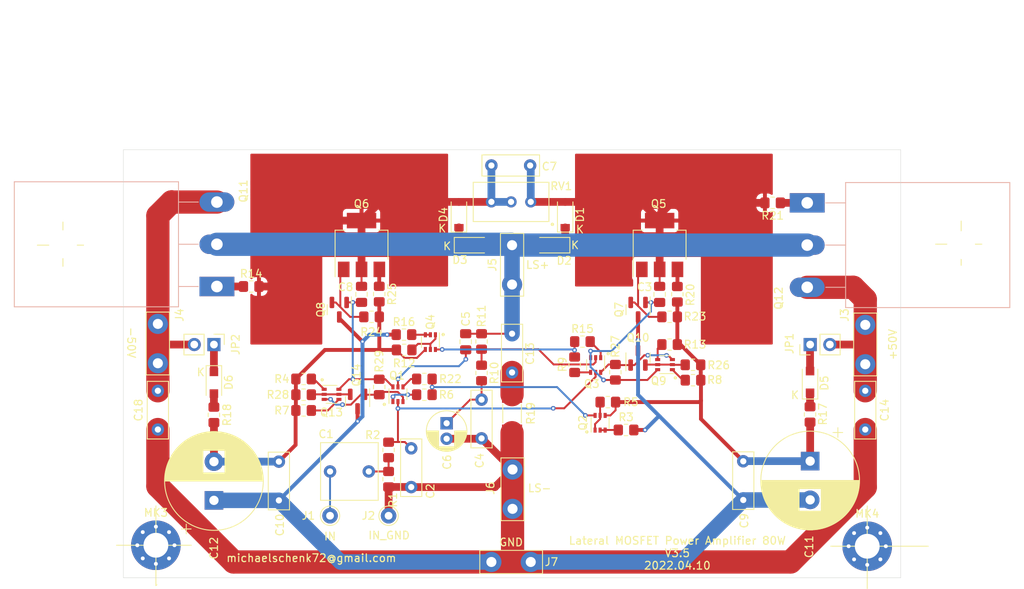
<source format=kicad_pcb>
(kicad_pcb (version 20211014) (generator pcbnew)
  (layers (0 "F.Cu" signal) (31 "B.Cu" signal) (34 "B.Paste" user) (35 "F.Paste" user) (36 "B.SilkS" user "B.Silkscreen") (37 "F.SilkS" user "F.Silkscreen") (38 "B.Mask" user) (39 "F.Mask" user) (44 "Edge.Cuts" user))
  (net 0 "")
  (net 1 "Net-(C1-Pad2)")
  (net 2 "Net-(C1-Pad1)")
  (net 3 "GND")
  (net 4 "Net-(C2-Pad1)")
  (net 5 "Net-(Q4-Pad1)")
  (net 6 "Net-(C4-Pad1)")
  (net 7 "Net-(C3-Pad2)")
  (net 8 "Net-(C13-Pad1)")
  (net 9 "Net-(C3-Pad1)")
  (net 10 "Net-(C7-Pad1)")
  (net 11 "Net-(C11-Pad1)")
  (net 12 "Net-(C10-Pad2)")
  (net 13 "Net-(C13-Pad2)")
  (net 14 "Net-(D1-Pad1)")
  (net 15 "Net-(D3-Pad1)")
  (net 16 "Net-(D5-Pad1)")
  (net 17 "Net-(D6-Pad2)")
  (net 18 "Net-(D6-Pad1)")
  (net 19 "Net-(Q11-Pad1)")
  (net 20 "Net-(C14-Pad1)")
  (net 21 "Net-(Q1-Pad1)")
  (net 22 "Net-(C5-Pad2)")
  (net 23 "Net-(Q2-Pad6)")
  (net 24 "Net-(Q2-Pad2)")
  (net 25 "Net-(Q2-Pad1)")
  (net 26 "Net-(C8-Pad2)")
  (net 27 "Net-(C18-Pad2)")
  (net 28 "Net-(Q1-Pad4)")
  (net 29 "Net-(D5-Pad2)")
  (net 30 "Net-(Q3-Pad1)")
  (net 31 "Net-(Q3-Pad4)")
  (net 32 "Net-(Q10-Pad1)")
  (net 33 "Net-(Q4-Pad2)")
  (net 34 "Net-(Q4-Pad6)")
  (net 35 "Net-(Q5-Pad1)")
  (net 36 "Net-(Q5-Pad3)")
  (net 37 "Net-(Q6-Pad1)")
  (net 38 "Net-(Q12-Pad1)")
  (net 39 "Net-(Q1-Pad3)")
  (net 40 "Net-(Q6-Pad3)")
  (net 41 "Net-(Q9-Pad1)")
  (net 42 "Net-(Q10-Pad2)")
  (net 43 "Net-(Q9-Pad4)")
  (net 44 "Net-(Q13-Pad1)")
  (net 45 "Net-(Q13-Pad2)")
  (net 46 "Net-(Q13-Pad4)")
  (footprint "Resistor_SMD:R_0805_2012Metric_Pad1.20x1.40mm_HandSolder" (layer "F.Cu") (at 180.721 63.23 90)
    (fp_text reference "R20")
    (fp_text value "39R")
  )
  (footprint "Capacitor_THT:C_Rect_L7.2mm_W7.2mm_P5.00mm_FKS2_FKP2_MKS2_MKP2" (layer "F.Cu") (at 140.89 86.106 180)
    (fp_text reference "C1")
    (fp_text value "3.3uF")
  )
  (footprint "Capacitor_THT:C_Rect_L7.2mm_W2.5mm_P5.00mm_FKS2_FKP2_MKS2_MKP2" (layer "F.Cu") (at 146.3675 83.1215 -90)
    (fp_text reference "C2")
    (fp_text value "1n")
  )
  (footprint "Capacitor_THT:CP_Radial_D5.0mm_P2.00mm" (layer "F.Cu") (at 150.9395 79.883 -90)
    (fp_text reference "C4")
    (fp_text value "47u/16V")
  )
  (footprint "Capacitor_SMD:C_0805_2012Metric_Pad1.18x1.45mm_HandSolder" (layer "F.Cu") (at 153.4 69.3625 -90)
    (fp_text reference "C5")
    (fp_text value "10p")
  )
  (footprint "Capacitor_THT:C_Rect_L7.2mm_W2.5mm_P5.00mm_FKS2_FKP2_MKS2_MKP2" (layer "F.Cu") (at 155.448 76.835 -90)
    (fp_text reference "C6")
    (fp_text value "100n")
  )
  (footprint "Capacitor_THT:C_Rect_L7.2mm_W2.5mm_P5.00mm_FKS2_FKP2_MKS2_MKP2" (layer "F.Cu") (at 189.23 84.789 -90)
    (fp_text reference "C9")
    (fp_text value "100n")
  )
  (footprint "Capacitor_THT:CP_Radial_D12.5mm_P5.00mm" (layer "F.Cu") (at 197.866 84.7725 -90)
    (fp_text reference "C11")
    (fp_text value "220u/100V")
  )
  (footprint "Capacitor_THT:C_Rect_L7.2mm_W2.5mm_P5.00mm_FKS2_FKP2_MKS2_MKP2" (layer "F.Cu") (at 159.385 68.326 -90)
    (fp_text reference "C13")
    (fp_text value "22n")
  )
  (footprint "Diode_SMD:D_SOD-123" (layer "F.Cu") (at 166.243 52.958 90)
    (fp_text reference "D1")
    (fp_text value "1N914")
  )
  (footprint "Diode_SMD:D_SOD-123" (layer "F.Cu") (at 164.592 56.896 180)
    (fp_text reference "D2")
    (fp_text value "12V/0.5W")
  )
  (footprint "Diode_SMD:D_SOD-123" (layer "F.Cu") (at 154.178 56.896)
    (fp_text reference "D3")
    (fp_text value "1N914")
  )
  (footprint "Diode_SMD:D_SOD-123" (layer "F.Cu") (at 152.527 52.958 90)
    (fp_text reference "D4")
    (fp_text value "12V/0.5W")
  )
  (footprint "Diode_SMD:D_SOD-123F" (layer "F.Cu") (at 197.85 74.55 90)
    (fp_text reference "D5")
    (fp_text value "SM4002PL-TP")
  )
  (footprint "Connector_Pin:Pin_D1.0mm_L10.0mm" (layer "F.Cu") (at 135.89 91.821)
    (fp_text reference "J1")
    (fp_text value "Conn_01x01")
  )
  (footprint "Connector_Pin:Pin_D1.0mm_L10.0mm" (layer "F.Cu") (at 143.4465 91.821)
    (fp_text reference "J2")
    (fp_text value "Conn_01x01")
  )
  (footprint "kicad-snk:TE-726386-2_Pitch5.08mm_Drill1.3mm" (layer "F.Cu") (at 204.978 72.263 90)
    (fp_text reference "J3")
    (fp_text value "+50V")
  )
  (footprint "kicad-snk:TE-726386-2_Pitch5.08mm_Drill1.3mm" (layer "F.Cu") (at 159.385 61.976 90)
    (fp_text reference "J5")
    (fp_text value "LS+")
  )
  (footprint "kicad-snk:TE-726386-2_Pitch5.08mm_Drill1.3mm" (layer "F.Cu") (at 159.4485 85.852 -90)
    (fp_text reference "J6")
    (fp_text value "LS-")
  )
  (footprint "kicad-snk:TE-726386-2_Pitch5.08mm_Drill1.3mm" (layer "F.Cu") (at 156.718 97.79)
    (fp_text reference "J7")
    (fp_text value "GND")
  )
  (footprint "MountingHole:MountingHole_3.2mm_M3_Pad_Via" (layer "F.Cu") (at 113.411 95.631)
    (fp_text reference "MK3")
    (fp_text value "Mounting_Hole_PAD")
  )
  (footprint "MountingHole:MountingHole_3.2mm_M3_Pad_Via" (layer "F.Cu") (at 205.232 95.758)
    (fp_text reference "MK4")
    (fp_text value "Mounting_Hole_PAD")
  )
  (footprint "Resistor_SMD:R_0805_2012Metric_Pad1.20x1.40mm_HandSolder" (layer "F.Cu") (at 143.4465 87.106 -90)
    (fp_text reference "R1")
    (fp_text value "33k")
  )
  (footprint "Resistor_SMD:R_0805_2012Metric_Pad1.20x1.40mm_HandSolder" (layer "F.Cu") (at 143.4465 83.328 -90)
    (fp_text reference "R2")
    (fp_text value "1k")
  )
  (footprint "Resistor_SMD:R_0805_2012Metric_Pad1.20x1.40mm_HandSolder" (layer "F.Cu") (at 174.1 80.75)
    (fp_text reference "R3")
    (fp_text value "22k")
  )
  (footprint "Resistor_SMD:R_0805_2012Metric_Pad1.20x1.40mm_HandSolder" (layer "F.Cu") (at 171.75 77.15 180)
    (fp_text reference "R5")
    (fp_text value "430R")
  )
  (footprint "Resistor_SMD:R_0805_2012Metric_Pad1.20x1.40mm_HandSolder" (layer "F.Cu") (at 148.066 76.2 180)
    (fp_text reference "R6")
    (fp_text value "100R")
  )
  (footprint "Resistor_SMD:R_0805_2012Metric_Pad1.20x1.40mm_HandSolder" (layer "F.Cu") (at 155.448 73.39 -90)
    (fp_text reference "R10")
    (fp_text value "1k")
  )
  (footprint "Resistor_SMD:R_0805_2012Metric_Pad1.20x1.40mm_HandSolder" (layer "F.Cu") (at 155.448 69.326 -90)
    (fp_text reference "R11")
    (fp_text value "33k")
  )
  (footprint "Resistor_SMD:R_0805_2012Metric_Pad1.20x1.40mm_HandSolder" (layer "F.Cu") (at 125.714 62.23)
    (fp_text reference "R14")
    (fp_text value "220R")
  )
  (footprint "Resistor_SMD:R_0805_2012Metric_Pad1.20x1.40mm_HandSolder" (layer "F.Cu") (at 197.85 78.75 90)
    (fp_text reference "R17")
    (fp_text value "100R")
  )
  (footprint "Resistor_SMD:R_MELF_MMB-0207" (layer "F.Cu") (at 159.385 78.65 -90)
    (fp_text reference "R19")
    (fp_text value "6.8R/1W")
  )
  (footprint "Resistor_SMD:R_0805_2012Metric_Pad1.20x1.40mm_HandSolder" (layer "F.Cu") (at 193.024 51.435 180)
    (fp_text reference "R21")
    (fp_text value "220R")
  )
  (footprint "Capacitor_THT:C_Rect_L7.2mm_W2.5mm_P5.00mm_FKS2_FKP2_MKS2_MKP2" (layer "F.Cu") (at 204.978 75.692 -90)
    (fp_text reference "C14")
    (fp_text value "100n")
  )
  (footprint "Resistor_SMD:R_0805_2012Metric_Pad1.20x1.40mm_HandSolder" (layer "F.Cu") (at 120.9 78.8 -90)
    (fp_text reference "R18")
    (fp_text value "100R")
  )
  (footprint "Capacitor_THT:C_Rect_L7.2mm_W2.5mm_P5.00mm_FKS2_FKP2_MKS2_MKP2" (layer "F.Cu") (at 129.286 89.836 90)
    (fp_text reference "C10")
    (fp_text value "100n")
  )
  (footprint "Capacitor_THT:CP_Radial_D12.5mm_P5.00mm" (layer "F.Cu") (at 120.904 89.836 90)
    (fp_text reference "C12")
    (fp_text value "220u/100V")
  )
  (footprint "Resistor_SMD:R_0805_2012Metric_Pad1.20x1.40mm_HandSolder" (layer "F.Cu") (at 132.477 78.232 180)
    (fp_text reference "R7")
    (fp_text value "68R")
  )
  (footprint "Resistor_SMD:R_0805_2012Metric_Pad1.20x1.40mm_HandSolder" (layer "F.Cu") (at 132.477 74.168 180)
    (fp_text reference "R4")
    (fp_text value "68R")
  )
  (footprint "Package_TO_SOT_SMD:SOT-223-3_TabPin2" (layer "F.Cu") (at 178.435 56.871 90)
    (fp_text reference "Q5")
    (fp_text value "DZT5401")
  )
  (footprint "Package_TO_SOT_SMD:SOT-223-3_TabPin2" (layer "F.Cu") (at 139.954 56.871 90)
    (fp_text reference "Q6")
    (fp_text value "DZT5551")
  )
  (footprint "Package_TO_SOT_SMD:SOT-363_SC-70-6" (layer "F.Cu") (at 144.6555 76.134 90)
    (fp_text reference "Q1")
    (fp_text value "BCM856BS,115")
  )
  (footprint "Package_TO_SOT_SMD:SOT-363_SC-70-6" (layer "F.Cu") (at 170.7515 79.8195 90)
    (fp_text reference "Q2")
    (fp_text value "BCM856BS,115")
  )
  (footprint "kicad-snk:TE-726386-2_Pitch5.08mm_Drill1.3mm" (layer "F.Cu") (at 113.665 72.136 90)
    (fp_text reference "J4")
    (fp_text value "-50V")
  )
  (footprint "Capacitor_THT:C_Rect_L7.2mm_W2.5mm_P5.00mm_FKS2_FKP2_MKS2_MKP2" (layer "F.Cu") (at 113.665 80.692 90)
    (fp_text reference "C18")
    (fp_text value "100n")
  )
  (footprint "Diode_SMD:D_SOD-123F" (layer "F.Cu") (at 120.9 74.65 -90)
    (fp_text reference "D6")
    (fp_text value "SM4002PL-TP")
  )
  (footprint "Capacitor_THT:C_Rect_L7.2mm_W2.5mm_P5.00mm_FKS2_FKP2_MKS2_MKP2" (layer "F.Cu") (at 156.718 46.609)
    (fp_text reference "C7")
    (fp_text value "100n")
  )
  (footprint "Potentiometer_THT:Potentiometer_Bourns_3296W_Vertical" (layer "F.Cu") (at 161.798 51.308)
    (fp_text reference "RV1")
    (fp_text value "500R")
  )
  (footprint "Package_TO_SOT_SMD:SOT-23" (layer "F.Cu") (at 139.446 77.089 -90)
    (fp_text reference "Q14")
    (fp_text value "BC850C")
  )
  (footprint "Resistor_SMD:R_0805_2012Metric_Pad1.20x1.40mm_HandSolder" (layer "F.Cu") (at 132.477 76.2 180)
    (fp_text reference "R28")
    (fp_text value "1k")
  )
  (footprint "Resistor_SMD:R_0805_2012Metric_Pad1.20x1.40mm_HandSolder" (layer "F.Cu") (at 145.4564 70.4174)
    (fp_text reference "R12")
    (fp_text value "430R")
  )
  (footprint "Resistor_SMD:R_0805_2012Metric_Pad1.20x1.40mm_HandSolder" (layer "F.Cu") (at 167.4622 72.3298 -90)
    (fp_text reference "R9")
    (fp_text value "100R")
  )
  (footprint "Package_TO_SOT_SMD:SOT-363_SC-70-6" (layer "F.Cu") (at 170.1742 72.3646 -90)
    (fp_text reference "Q3")
    (fp_text value "BCM846BS,115")
  )
  (footprint "Resistor_SMD:R_0805_2012Metric_Pad1.20x1.40mm_HandSolder" (layer "F.Cu") (at 172.72 73.295 -90)
    (fp_text reference "R27")
    (fp_text value "47k")
  )
  (footprint "Resistor_SMD:R_0805_2012Metric_Pad1.20x1.40mm_HandSolder" (layer "F.Cu") (at 148.066 74.168 180)
    (fp_text reference "R22")
    (fp_text value "100R")
  )
  (footprint "Package_TO_SOT_SMD:SOT-363_SC-70-6" (layer "F.Cu") (at 136.083 76.1515)
    (fp_text reference "Q13")
    (fp_text value "BCM847DS,115")
  )
  (footprint "Connector_PinHeader_2.54mm:PinHeader_1x02_P2.54mm_Vertical" (layer "F.Cu") (at 120.904 69.723 -90)
    (fp_text reference "JP2")
    (fp_text value "Jump")
  )
  (footprint "Resistor_SMD:R_0805_2012Metric_Pad1.20x1.40mm_HandSolder" (layer "F.Cu") (at 168.4688 69.342)
    (fp_text reference "R15")
    (fp_text value "100R")
  )
  (footprint "Resistor_SMD:R_0805_2012Metric_Pad1.20x1.40mm_HandSolder" (layer "F.Cu") (at 141.25 66.15)
    (fp_text reference "R24")
    (fp_text value "2k2")
  )
  (footprint "Package_TO_SOT_SMD:SOT-23" (layer "F.Cu") (at 175.641 71.4365 90)
    (fp_text reference "Q10")
    (fp_text value "BC860C")
  )
  (footprint "Package_TO_SOT_SMD:SOT-23" (layer "F.Cu") (at 175.6562 65.2249 -90)
    (fp_text reference "Q7")
    (fp_text value "BC856B")
  )
  (footprint "Resistor_SMD:R_0805_2012Metric_Pad1.20x1.40mm_HandSolder" (layer "F.Cu") (at 142.24 63.2046 -90)
    (fp_text reference "R25")
    (fp_text value "39R")
  )
  (footprint "Connector_PinHeader_2.54mm:PinHeader_1x02_P2.54mm_Vertical" (layer "F.Cu") (at 197.866 69.723 90)
    (fp_text reference "JP1")
    (fp_text value "Jump")
  )
  (footprint "Package_TO_SOT_SMD:SOT-363_SC-70-6" (layer "F.Cu") (at 179.131 72.313 180)
    (fp_text reference "Q9")
    (fp_text value "BCM857DS,115")
  )
  (footprint "Capacitor_SMD:C_0805_2012Metric_Pad1.18x1.45mm_HandSolder" (layer "F.Cu") (at 139.954 63.2421 -90)
    (fp_text reference "C8")
    (fp_text value "18p")
  )
  (footprint "Package_TO_SOT_SMD:SOT-363_SC-70-6" (layer "F.Cu") (at 148.844 69.408 -90)
    (fp_text reference "Q4")
    (fp_text value "BCM846BS,115")
  )
  (footprint "Package_TO_SOT_SMD:SOT-23" (layer "F.Cu") (at 137.0838 65.2272 -90)
    (fp_text reference "Q8")
    (fp_text value "BC846B")
  )
  (footprint "Resistor_SMD:R_0805_2012Metric_Pad1.20x1.40mm_HandSolder" (layer "F.Cu") (at 142.24 75.2 90)
    (fp_text reference "R29")
    (fp_text value "47k")
  )
  (footprint "Resistor_SMD:R_0805_2012Metric_Pad1.20x1.40mm_HandSolder" (layer "F.Cu") (at 179.721 69.723 180)
    (fp_text reference "R13")
    (fp_text value "68R")
  )
  (footprint "Resistor_SMD:R_0805_2012Metric_Pad1.20x1.40mm_HandSolder" (layer "F.Cu") (at 182.7436 74.3204 180)
    (fp_text reference "R8")
    (fp_text value "68R")
  )
  (footprint "Resistor_SMD:R_0805_2012Metric_Pad1.20x1.40mm_HandSolder" (layer "F.Cu") (at 182.737 72.3392 180)
    (fp_text reference "R26")
    (fp_text value "1k")
  )
  (footprint "Resistor_SMD:R_0805_2012Metric_Pad1.20x1.40mm_HandSolder" (layer "F.Cu") (at 145.431 68.4428 180)
    (fp_text reference "R16")
    (fp_text value "22k")
  )
  (footprint "Capacitor_SMD:C_0805_2012Metric_Pad1.18x1.45mm_HandSolder" (layer "F.Cu") (at 178.435 63.2499 -90)
    (fp_text reference "C3")
    (fp_text value "18p")
  )
  (footprint "Resistor_SMD:R_0805_2012Metric_Pad1.20x1.40mm_HandSolder" (layer "F.Cu") (at 179.725 66.15 180)
    (fp_text reference "R23")
    (fp_text value "1k")
  )
  (footprint "Package_TO_SOT_THT:TO-247-3_Horizontal_TabUp" (layer "B.Cu") (at 121.285 62.23 90)
    (fp_text reference "Q11")
    (fp_text value "ECX10P20")
  )
  (footprint "Package_TO_SOT_THT:TO-247-3_Horizontal_TabUp" (layer "B.Cu") (at 197.485 51.435 -90)
    (fp_text reference "Q12")
    (fp_text value "ECX10N20")
  )
  (gr_line (start 98.1075 56.896) (end 104.0765 56.896) (layer "F.SilkS") (width 0.12))
  (gr_line (start 101.4095 53.9115) (end 101.4095 59.6265) (layer "F.SilkS") (width 0.12))
  (gr_line (start 213.106 95.758) (end 200.533 95.758) (layer "F.SilkS") (width 0.12))
  (gr_line (start 117.983 95.631) (end 108.331 95.631) (layer "F.SilkS") (width 0.12))
  (gr_line (start 205.232 101.219) (end 205.232 90.551) (layer "F.SilkS") (width 0.12))
  (gr_line (start 217.3605 53.7845) (end 217.3605 59.4995) (layer "F.SilkS") (width 0.12))
  (gr_line (start 214.0585 56.769) (end 220.0275 56.769) (layer "F.SilkS") (width 0.12))
  (gr_line (start 113.411 90.551) (end 113.411 100.838) (layer "F.SilkS") (width 0.12))
  (gr_line (start 113.411 100.838) (end 113.538 100.711) (layer "F.SilkS") (width 0.12))
  (gr_line (start 109.22 99.822) (end 209.55 99.822) (layer "Edge.Cuts") (width 0.05))
  (gr_line (start 109.22 44.577) (end 109.22 99.822) (layer "Edge.Cuts") (width 0.05))
  (gr_line (start 209.55 44.577) (end 209.55 99.822) (layer "Edge.Cuts") (width 0.05))
  (gr_line (start 109.22 44.577) (end 209.55 44.577) (layer "Edge.Cuts") (width 0.05))
  (gr_text "GND" (at 159.258 95.25) (layer "F.SilkS") (effects (font (size 1 1))))
  (gr_text "-50V" (at 110.236 69.469 -90) (layer "F.SilkS") (effects (font (size 1 1))))
  (gr_text "°" (at 164.592 54.61) (layer "F.SilkS") (effects (font (size 1 1))))
  (gr_text "°" (at 169.037 81.407) (layer "F.SilkS") (effects (font (size 1 1))))
  (gr_text "°" (at 142.9 77.85) (layer "F.SilkS") (effects (font (size 1 1))))
  (gr_text "IN" (at 135.89 94.488) (layer "F.SilkS") (effects (font (size 1 1))))
  (gr_text "LS+" (at 162.687 59.436) (layer "F.SilkS") (effects (font (size 1 1))))
  (gr_text "K" (at 119.2 73.3) (layer "F.SilkS") (effects (font (size 1 1))))
  (gr_text "+50V" (at 208.534 69.723 90) (layer "F.SilkS") (effects (font (size 1 1))))
  (gr_text "IN_GND" (at 143.51 94.361) (layer "F.SilkS") (effects (font (size 1 1))))
  (gr_text "°" (at 171.8 71.3) (layer "F.SilkS") (effects (font (size 1 1))))
  (gr_text "K" (at 167.513 56.896) (layer "F.SilkS") (effects (font (size 1 1))))
  (gr_text "°" (at 150.495 68.834) (layer "F.SilkS") (effects (font (size 1 1))))
  (gr_text "michaelschenk72@gmail.com" (at 133.477 97.282) (layer "F.SilkS") (effects (font (size 1 1))))
  (gr_text "°" (at 134.874 74.676) (layer "F.SilkS") (effects (font (size 1 1))))
  (gr_text "K" (at 195.9 76.25) (layer "F.SilkS") (effects (font (size 1 1))))
  (gr_text "K" (at 151.003 57.023) (layer "F.SilkS") (effects (font (size 1 1))))
  (gr_text "Lateral MOSFET Power Amplifier 80W\nV3.5\n2022.04.10" (at 180.721 96.647) (layer "F.SilkS") (effects (font (size 1 1))))
  (gr_text "K" (at 168.148 54.864) (layer "F.SilkS") (effects (font (size 1 1))))
  (gr_text "°" (at 180.467 74.422) (layer "F.SilkS") (effects (font (size 1 1))))
  (gr_text "K" (at 150.368 54.737) (layer "F.SilkS") (effects (font (size 1 1))))
  (gr_text "LS-" (at 162.941 88.265) (layer "F.SilkS") (effects (font (size 1 1))))
  (segment (start 135.89 91.821) (end 135.89 86.106) (width 0.25) (layer "B.Cu") (net 1))
  (segment (start 140.89 86.106) (end 143.4465 86.106) (width 0.25) (layer "F.Cu") (net 2))
  (segment (start 143.4465 86.106) (end 143.4465 84.328) (width 0.25) (layer "F.Cu") (net 2))
  (segment (start 150.9395 81.883) (end 155.4 81.883) (width 1) (layer "F.Cu") (net 3))
  (segment (start 139.446 79.629) (end 139.446 78.0265) (width 0.5) (layer "F.Cu") (net 3))
  (segment (start 204.978 88.138) (end 204.978 80.692) (width 3) (layer "F.Cu") (net 3))
  (segment (start 195.326 97.79) (end 204.978 88.138) (width 3) (layer "F.Cu") (net 3))
  (segment (start 159.4485 90.932) (end 159.4485 85.852) (width 3) (layer "F.Cu") (net 3))
  (segment (start 159.893 97.79) (end 161.798 97.79) (width 3) (layer "F.Cu") (net 3))
  (segment (start 176.55 80.75) (end 175.1 80.75) (width 0.5) (layer "F.Cu") (net 3))
  (segment (start 143.4465 88.106) (end 146.352 88.106) (width 1) (layer "F.Cu") (net 3))
  (segment (start 161.798 97.79) (end 195.326 97.79) (width 3) (layer "F.Cu") (net 3))
  (segment (start 159.4485 85.8355) (end 155.448 81.835) (width 1) (layer "F.Cu") (net 3))
  (segment (start 123.444 97.79) (end 113.665 88.011) (width 3) (layer "F.Cu") (net 3))
  (segment (start 156.718 97.79) (end 159.893 97.79) (width 3) (layer "F.Cu") (net 3))
  (segment (start 156.718 97.79) (end 123.444 97.79) (width 3) (layer "F.Cu") (net 3))
  (segment (start 157.179 88.1215) (end 159.4485 85.852) (width 1) (layer "F.Cu") (net 3))
  (segment (start 137.0838 66.3448) (end 140.081 69.342) (width 0.5) (layer "F.Cu") (net 3))
  (segment (start 159.385 81.1) (end 159.385 85.7885) (width 3) (layer "F.Cu") (net 3))
  (segment (start 175.641 70.499) (end 175.641 69.159) (width 0.5) (layer "F.Cu") (net 3))
  (segment (start 113.665 88.011) (end 113.665 80.692) (width 3) (layer "F.Cu") (net 3))
  (segment (start 144.431 68.4428) (end 143.2662 68.4428) (width 0.5) (layer "F.Cu") (net 3))
  (segment (start 175.65 69.15) (end 175.65 66.1686) (width 0.5) (layer "F.Cu") (net 3))
  (segment (start 143.4465 91.821) (end 143.4465 88.106) (width 1) (layer "F.Cu") (net 3))
  (segment (start 159.4485 90.932) (end 159.4485 97.3455) (width 3) (layer "F.Cu") (net 3))
  (segment (start 143.2662 68.4428) (end 143.256 68.453) (width 0.5) (layer "F.Cu") (net 3))
  (segment (start 159.4485 97.3455) (end 159.893 97.79) (width 3) (layer "F.Cu") (net 3))
  (segment (start 175.641 69.159) (end 175.65 69.15) (width 0.5) (layer "F.Cu") (net 3))
  (segment (start 146.3675 88.1215) (end 157.179 88.1215) (width 1) (layer "F.Cu") (net 3))
  (segment (start 159.385 85.7885) (end 159.4485 85.852) (width 3) (layer "F.Cu") (net 3))
  (via (at 175.65 69.15) (size 0.6) (drill 0.3) (layers "F.Cu" "B.Cu") (net 3))
  (via (at 139.446 79.629) (size 0.6) (drill 0.3) (layers "F.Cu" "B.Cu") (net 3))
  (via (at 143.256 68.453) (size 0.6) (drill 0.3) (layers "F.Cu" "B.Cu") (net 3))
  (via (at 176.55 80.75) (size 0.6) (drill 0.3) (layers "F.Cu" "B.Cu") (net 3))
  (via (at 140.081 69.342) (size 0.6) (drill 0.3) (layers "F.Cu" "B.Cu") (net 3))
  (segment (start 140.081 78.994) (end 140.081 69.342) (width 0.5) (layer "B.Cu") (net 3))
  (segment (start 139.446 79.676) (end 139.446 79.629) (width 0.5) (layer "B.Cu") (net 3))
  (segment (start 140.97 68.453) (end 140.081 69.342) (width 0.5) (layer "B.Cu") (net 3))
  (segment (start 175.65 76.209) (end 175.65 69.15) (width 0.5) (layer "B.Cu") (net 3))
  (segment (start 178.4455 79.0045) (end 178.2955 79.0045) (width 0.5) (layer "B.Cu") (net 3))
  (segment (start 178.2955 79.0045) (end 176.55 80.75) (width 0.5) (layer "B.Cu") (net 3))
  (segment (start 175.65 76.209) (end 178.4455 79.0045) (width 0.5) (layer "B.Cu") (net 3))
  (segment (start 181.229 97.79) (end 189.23 89.789) (width 2) (layer "B.Cu") (net 3))
  (segment (start 137.24 97.79) (end 129.286 89.836) (width 2) (layer "B.Cu") (net 3))
  (segment (start 143.256 68.453) (end 140.97 68.453) (width 0.5) (layer "B.Cu") (net 3))
  (segment (start 189.23 89.789) (end 197.8495 89.789) (width 2) (layer "B.Cu") (net 3))
  (segment (start 129.286 89.836) (end 139.446 79.676) (width 0.5) (layer "B.Cu") (net 3))
  (segment (start 139.446 79.629) (end 140.081 78.994) (width 0.5) (layer "B.Cu") (net 3))
  (segment (start 156.718 97.79) (end 137.24 97.79) (width 2) (layer "B.Cu") (net 3))
  (segment (start 129.286 89.836) (end 120.904 89.836) (width 2) (layer "B.Cu") (net 3))
  (segment (start 161.798 97.79) (end 181.229 97.79) (width 2) (layer "B.Cu") (net 3))
  (segment (start 178.4455 79.0045) (end 189.23 89.789) (width 0.5) (layer "B.Cu") (net 3))
  (segment (start 170.1742 73.3146) (end 170.1742 73.8896) (width 0.25) (layer "F.Cu") (net 4))
  (segment (start 146.3675 83.1215) (end 145.546 82.3) (width 0.25) (layer "F.Cu") (net 4))
  (segment (start 144.6555 77.9755) (end 144.6555 82.2945) (width 0.25) (layer "F.Cu") (net 4))
  (segment (start 144.65 82.3) (end 143.4745 82.3) (width 0.25) (layer "F.Cu") (net 4))
  (segment (start 144.6555 82.2945) (end 144.65 82.3) (width 0.25) (layer "F.Cu") (net 4))
  (segment (start 166.1138 77.95) (end 164.7 77.95) (width 0.25) (layer "F.Cu") (net 4))
  (segment (start 145.546 82.3) (end 144.65 82.3) (width 0.25) (layer "F.Cu") (net 4))
  (segment (start 144.6555 77.084) (end 144.6555 77.9755) (width 0.25) (layer "F.Cu") (net 4))
  (segment (start 170.1742 73.8896) (end 166.1138 77.95) (width 0.25) (layer "F.Cu") (net 4))
  (via (at 164.7 77.95) (size 0.6) (drill 0.3) (layers "F.Cu" "B.Cu") (net 4))
  (via (at 144.6555 77.9755) (size 0.6) (drill 0.3) (layers "F.Cu" "B.Cu") (net 4))
  (segment (start 164.7 77.95) (end 164.6745 77.9755) (width 0.25) (layer "B.Cu") (net 4))
  (segment (start 164.6745 77.9755) (end 144.6555 77.9755) (width 0.25) (layer "B.Cu") (net 4))
  (segment (start 148.844 70.358) (end 148.844 69.632022) (width 0.25) (layer "F.Cu") (net 5))
  (segment (start 148.844 69.632022) (end 149.494 68.982022) (width 0.25) (layer "F.Cu") (net 5))
  (segment (start 148.844 69.632022) (end 147.241778 69.632022) (width 0.25) (layer "F.Cu") (net 5))
  (segment (start 149.494 68.982022) (end 149.494 68.458) (width 0.25) (layer "F.Cu") (net 5))
  (segment (start 147.241778 69.632022) (end 146.4564 70.4174) (width 0.25) (layer "F.Cu") (net 5))
  (segment (start 155.448 76.835) (end 153.9875 76.835) (width 0.25) (layer "F.Cu") (net 6))
  (segment (start 153.9875 76.835) (end 150.9395 79.883) (width 0.25) (layer "F.Cu") (net 6))
  (segment (start 155.448 76.835) (end 155.448 74.39) (width 0.25) (layer "F.Cu") (net 6))
  (segment (start 169.5242 70.5658) (end 169.5196 70.5612) (width 0.25) (layer "F.Cu") (net 7))
  (segment (start 169.5242 71.4146) (end 169.5242 70.5658) (width 0.25) (layer "F.Cu") (net 7))
  (segment (start 172.72 74.295) (end 171.196 74.295) (width 0.25) (layer "F.Cu") (net 7))
  (segment (start 177.3126 64.2874) (end 176.6062 64.2874) (width 0.25) (layer "F.Cu") (net 7))
  (segment (start 176.849 74.295) (end 178.181 72.963) (width 0.25) (layer "F.Cu") (net 7))
  (segment (start 172.72 74.295) (end 176.849 74.295) (width 0.25) (layer "F.Cu") (net 7))
  (segment (start 178.435 64.2874) (end 177.3126 64.2874) (width 0.25) (layer "F.Cu") (net 7))
  (via (at 177.3126 64.2874) (size 0.6) (drill 0.3) (layers "F.Cu" "B.Cu") (net 7))
  (via (at 169.5196 70.5612) (size 0.6) (drill 0.3) (layers "F.Cu" "B.Cu") (net 7))
  (via (at 171.196 74.295) (size 0.6) (drill 0.3) (layers "F.Cu" "B.Cu") (net 7))
  (segment (start 169.5196 70.5612) (end 172.212 70.5612) (width 0.25) (layer "B.Cu") (net 7))
  (segment (start 169.5196 72.6186) (end 169.5196 70.5612) (width 0.25) (layer "B.Cu") (net 7))
  (segment (start 172.212 70.5612) (end 177.3126 65.4606) (width 0.25) (layer "B.Cu") (net 7))
  (segment (start 177.3126 65.4606) (end 177.3126 64.2874) (width 0.25) (layer "B.Cu") (net 7))
  (segment (start 171.196 74.295) (end 169.5196 72.6186) (width 0.25) (layer "B.Cu") (net 7))
  (segment (start 155.448 68.326) (end 153.401 68.326) (width 0.25) (layer "F.Cu") (net 8))
  (segment (start 162.942 56.896) (end 159.385 56.896) (width 1) (layer "F.Cu") (net 8))
  (segment (start 159.385 68.326) (end 155.448 68.326) (width 0.25) (layer "F.Cu") (net 8))
  (segment (start 155.828 56.896) (end 159.385 56.896) (width 1) (layer "F.Cu") (net 8))
  (segment (start 159.396 56.885) (end 197.485 56.885) (width 3) (layer "B.Cu") (net 8))
  (segment (start 159.385 56.896) (end 159.396 56.885) (width 3) (layer "B.Cu") (net 8))
  (segment (start 159.385 56.896) (end 159.385 68.326) (width 2) (layer "B.Cu") (net 8))
  (segment (start 159.385 56.896) (end 159.269 56.78) (width 3) (layer "B.Cu") (net 8))
  (segment (start 159.269 56.78) (end 121.285 56.78) (width 3) (layer "B.Cu") (net 8))
  (segment (start 178.435 60.021) (end 178.435 53.721) (width 1) (layer "F.Cu") (net 9))
  (segment (start 178.435 52.959) (end 178.435 53.721) (width 1) (layer "F.Cu") (net 9))
  (segment (start 179.959 51.435) (end 178.435 52.959) (width 1) (layer "F.Cu") (net 9))
  (segment (start 166.243 51.308) (end 176.022 51.308) (width 1) (layer "F.Cu") (net 9))
  (segment (start 192.024 51.435) (end 179.959 51.435) (width 1) (layer "F.Cu") (net 9))
  (segment (start 178.435 62.2124) (end 178.435 60.021) (width 0.25) (layer "F.Cu") (net 9))
  (segment (start 166.243 51.308) (end 161.798 51.308) (width 1) (layer "F.Cu") (net 9))
  (segment (start 176.022 51.308) (end 178.435 53.721) (width 1) (layer "F.Cu") (net 9))
  (segment (start 161.798 51.308) (end 161.798 46.689) (width 1) (layer "B.Cu") (net 9))
  (segment (start 128.27 62.23) (end 126.714 62.23) (width 1) (layer "F.Cu") (net 10))
  (segment (start 139.954 60.021) (end 139.954 53.721) (width 1) (layer "F.Cu") (net 10))
  (segment (start 156.718 51.308) (end 152.527 51.308) (width 1) (layer "F.Cu") (net 10))
  (segment (start 136.779 53.721) (end 128.27 62.23) (width 1) (layer "F.Cu") (net 10))
  (segment (start 139.954 62.2046) (end 139.954 60.021) (width 0.25) (layer "F.Cu") (net 10))
  (segment (start 152.527 51.308) (end 142.367 51.308) (width 1) (layer "F.Cu") (net 10))
  (segment (start 142.367 51.308) (end 139.954 53.721) (width 1) (layer "F.Cu") (net 10))
  (segment (start 139.954 53.721) (end 136.779 53.721) (width 1) (layer "F.Cu") (net 10))
  (segment (start 159.258 51.308) (end 156.718 51.308) (width 1) (layer "B.Cu") (net 10))
  (segment (start 156.718 51.308) (end 156.718 46.609) (width 1) (layer "B.Cu") (net 10))
  (segment (start 183.737 72.3392) (end 181.1208 69.723) (width 0.5) (layer "F.Cu") (net 11))
  (segment (start 180.721 64.23) (end 180.721 66.146) (width 0.5) (layer "F.Cu") (net 11))
  (segment (start 172.0805 78.8695) (end 171.4015 78.8695) (width 0.25) (layer "F.Cu") (net 11))
  (segment (start 172.75 78.2) (end 172.0805 78.8695) (width 0.25) (layer "F.Cu") (net 11))
  (segment (start 183.769 79.328) (end 183.769 76.962) (width 0.5) (layer "F.Cu") (net 11))
  (segment (start 172.75 77.15) (end 183.581 77.15) (width 0.5) (layer "F.Cu") (net 11))
  (segment (start 197.866 84.7725) (end 197.866 79.766) (width 1) (layer "F.Cu") (net 11))
  (segment (start 183.581 77.15) (end 183.769 76.962) (width 0.5) (layer "F.Cu") (net 11))
  (segment (start 180.721 69.723) (end 180.721 66.154) (width 0.5) (layer "F.Cu") (net 11))
  (segment (start 183.7436 74.3204) (end 183.7436 72.3458) (width 0.5) (layer "F.Cu") (net 11))
  (segment (start 172.75 77.15) (end 172.75 78.2) (width 0.25) (layer "F.Cu") (net 11))
  (segment (start 181.1208 69.723) (end 180.721 69.723) (width 0.5) (layer "F.Cu") (net 11))
  (segment (start 183.769 76.962) (end 183.769 74.3458) (width 0.5) (layer "F.Cu") (net 11))
  (segment (start 189.23 84.789) (end 183.769 79.328) (width 0.5) (layer "F.Cu") (net 11))
  (segment (start 197.866 84.7725) (end 189.2465 84.7725) (width 1) (layer "B.Cu") (net 11))
  (segment (start 129.286 84.836) (end 131.445 82.677) (width 0.5) (layer "F.Cu") (net 12))
  (segment (start 147.11008 71.44192) (end 145.48092 71.44192) (width 0.25) (layer "F.Cu") (net 12))
  (segment (start 142.1724 70.4174) (end 135.2276 70.4174) (width 0.5) (layer "F.Cu") (net 12))
  (segment (start 142.25 70.3398) (end 142.1724 70.4174) (width 0.5) (layer "F.Cu") (net 12))
  (segment (start 144.4564 70.4174) (end 142.1724 70.4174) (width 0.5) (layer "F.Cu") (net 12))
  (segment (start 120.904 84.836) (end 120.904 79.804) (width 1) (layer "F.Cu") (net 12))
  (segment (start 145.48092 71.44192) (end 144.4564 70.4174) (width 0.25) (layer "F.Cu") (net 12))
  (segment (start 131.477 76.2) (end 131.477 74.168) (width 0.5) (layer "F.Cu") (net 12))
  (segment (start 131.445 82.677) (end 131.445 78.264) (width 0.5) (layer "F.Cu") (net 12))
  (segment (start 142.25 66.15) (end 142.25 70.3398) (width 0.5) (layer "F.Cu") (net 12))
  (segment (start 142.25 66.15) (end 142.25 64.2146) (width 0.5) (layer "F.Cu") (net 12))
  (segment (start 131.477 78.232) (end 131.477 76.2) (width 0.5) (layer "F.Cu") (net 12))
  (segment (start 148.194 70.358) (end 147.11008 71.44192) (width 0.25) (layer "F.Cu") (net 12))
  (segment (start 135.2276 70.4174) (end 131.477 74.168) (width 0.5) (layer "F.Cu") (net 12))
  (segment (start 129.286 84.836) (end 120.904 84.836) (width 1) (layer "B.Cu") (net 12))
  (segment (start 159.385 73.326) (end 159.385 76.2) (width 3) (layer "F.Cu") (net 13))
  (segment (start 166.243 56.895) (end 166.242 56.896) (width 1) (layer "F.Cu") (net 14))
  (segment (start 166.243 54.608) (end 166.243 56.895) (width 1) (layer "F.Cu") (net 14))
  (segment (start 152.528 56.896) (end 152.528 54.609) (width 1) (layer "F.Cu") (net 15))
  (segment (start 152.528 54.609) (end 152.527 54.608) (width 1) (layer "F.Cu") (net 15))
  (segment (start 197.85 77.75) (end 197.85 75.95) (width 1) (layer "F.Cu") (net 16))
  (segment (start 120.9 77.8) (end 120.9 76.05) (width 1) (layer "F.Cu") (net 17))
  (segment (start 120.9 73.25) (end 120.9 69.727) (width 1) (layer "F.Cu") (net 18))
  (segment (start 121.285 62.23) (end 124.714 62.23) (width 1) (layer "F.Cu") (net 19))
  (segment (start 204.978 67.183) (end 204.978 63.881) (width 3) (layer "F.Cu") (net 20))
  (segment (start 200.406 69.723) (end 204.978 69.723) (width 1) (layer "F.Cu") (net 20))
  (segment (start 203.432 62.335) (end 197.485 62.335) (width 3) (layer "F.Cu") (net 20))
  (segment (start 204.978 75.692) (end 204.978 72.263) (width 3) (layer "F.Cu") (net 20))
  (segment (start 204.978 72.263) (end 204.978 69.723) (width 3) (layer "F.Cu") (net 20))
  (segment (start 204.978 63.881) (end 203.432 62.335) (width 3) (layer "F.Cu") (net 20))
  (segment (start 204.978 69.723) (end 204.978 67.183) (width 3) (layer "F.Cu") (net 20))
  (segment (start 144.0055 77.084) (end 144.0055 76.470511) (width 0.25) (layer "F.Cu") (net 21))
  (segment (start 147.066 76.2) (end 145.923 76.2) (width 0.25) (layer "F.Cu") (net 21))
  (segment (start 144.0055 76.470511) (end 144.018 76.458011) (width 0.25) (layer "F.Cu") (net 21))
  (via (at 145.923 76.2) (size 0.6) (drill 0.3) (layers "F.Cu" "B.Cu") (net 21))
  (via (at 144.018 76.458011) (size 0.6) (drill 0.3) (layers "F.Cu" "B.Cu") (net 21))
  (segment (start 144.276011 76.2) (end 144.018 76.458011) (width 0.25) (layer "B.Cu") (net 21))
  (segment (start 145.923 76.2) (end 144.276011 76.2) (width 0.25) (layer "B.Cu") (net 21))
  (segment (start 162.782 70.326) (end 155.448 70.326) (width 0.25) (layer "F.Cu") (net 22))
  (segment (start 155.448 72.39) (end 155.448 70.326) (width 0.25) (layer "F.Cu") (net 22))
  (segment (start 153.416 71.628) (end 153.416 70.416) (width 0.25) (layer "F.Cu") (net 22))
  (segment (start 144.6555 74.1705) (end 144.653 74.168) (width 0.25) (layer "F.Cu") (net 22))
  (segment (start 170.1742 71.9896) (end 169.8754 72.2884) (width 0.25) (layer "F.Cu") (net 22))
  (segment (start 169.8754 72.2884) (end 164.7444 72.2884) (width 0.25) (layer "F.Cu") (net 22))
  (segment (start 155.448 70.326) (end 153.474 70.326) (width 0.25) (layer "F.Cu") (net 22))
  (segment (start 144.6555 75.184) (end 144.6555 74.1705) (width 0.25) (layer "F.Cu") (net 22))
  (segment (start 170.1742 71.4146) (end 170.1742 71.9896) (width 0.25) (layer "F.Cu") (net 22))
  (segment (start 164.7444 72.2884) (end 162.782 70.326) (width 0.25) (layer "F.Cu") (net 22))
  (via (at 144.653 74.168) (size 0.6) (drill 0.3) (layers "F.Cu" "B.Cu") (net 22))
  (via (at 153.416 71.628) (size 0.6) (drill 0.3) (layers "F.Cu" "B.Cu") (net 22))
  (segment (start 144.653 74.168) (end 146.304 72.517) (width 0.25) (layer "B.Cu") (net 22))
  (segment (start 152.527 72.517) (end 153.416 71.628) (width 0.25) (layer "B.Cu") (net 22))
  (segment (start 146.304 72.517) (end 152.527 72.517) (width 0.25) (layer "B.Cu") (net 22))
  (segment (start 149.066 75.216) (end 149.066 74.168) (width 0.25) (layer "F.Cu") (net 23))
  (segment (start 170.1015 78.8695) (end 168.849 78.8695) (width 0.25) (layer "F.Cu") (net 23))
  (segment (start 149.066 76.2) (end 149.066 75.216) (width 0.25) (layer "F.Cu") (net 23))
  (segment (start 168.849 78.8695) (end 168.8465 78.867) (width 0.25) (layer "F.Cu") (net 23))
  (via (at 168.8465 78.867) (size 0.6) (drill 0.3) (layers "F.Cu" "B.Cu") (net 23))
  (via (at 149.066 75.216) (size 0.6) (drill 0.3) (layers "F.Cu" "B.Cu") (net 23))
  (segment (start 168.8465 78.867) (end 165.1955 75.216) (width 0.25) (layer "B.Cu") (net 23))
  (segment (start 165.1955 75.216) (end 149.066 75.216) (width 0.25) (layer "B.Cu") (net 23))
  (segment (start 173.1 80.75) (end 171.421 80.75) (width 0.25) (layer "F.Cu") (net 24))
  (segment (start 170.7515 80.7695) (end 171.4015 80.7695) (width 0.25) (layer "F.Cu") (net 24))
  (segment (start 170.7515 79.329502) (end 170.7515 78.8695) (width 0.25) (layer "F.Cu") (net 25))
  (segment (start 170.7515 78.8695) (end 170.7515 77.1515) (width 0.25) (layer "F.Cu") (net 25))
  (segment (start 170.1015 80.7695) (end 170.1015 79.979502) (width 0.25) (layer "F.Cu") (net 25))
  (segment (start 170.1015 79.979502) (end 170.7515 79.329502) (width 0.25) (layer "F.Cu") (net 25))
  (segment (start 138.843 74.2) (end 138.3345 74.2) (width 0.25) (layer "F.Cu") (net 26))
  (segment (start 143.0215 74.2) (end 144.0055 75.184) (width 0.25) (layer "F.Cu") (net 26))
  (segment (start 138.3345 74.2) (end 137.033 75.5015) (width 0.25) (layer "F.Cu") (net 26))
  (segment (start 139.954 64.2796) (end 138.8204 64.2796) (width 0.25) (layer "F.Cu") (net 26))
  (segment (start 142.24 74.2) (end 143.0215 74.2) (width 0.25) (layer "F.Cu") (net 26))
  (segment (start 142.24 74.2) (end 138.843 74.2) (width 0.25) (layer "F.Cu") (net 26))
  (segment (start 138.8204 64.2796) (end 138.0439 64.2796) (width 0.25) (layer "F.Cu") (net 26))
  (via (at 138.8204 64.2796) (size 0.6) (drill 0.3) (layers "F.Cu" "B.Cu") (net 26))
  (via (at 138.843 74.2) (size 0.6) (drill 0.3) (layers "F.Cu" "B.Cu") (net 26))
  (segment (start 138.8204 64.2796) (end 138.8204 74.1774) (width 0.25) (layer "B.Cu") (net 26))
  (segment (start 138.8204 74.1774) (end 138.843 74.2) (width 0.25) (layer "B.Cu") (net 26))
  (segment (start 118.364 69.723) (end 114.173 69.723) (width 1) (layer "F.Cu") (net 27))
  (segment (start 113.665 67.056) (end 113.665 53.086) (width 3) (layer "F.Cu") (net 27))
  (segment (start 113.665 53.086) (end 115.443 51.308) (width 3) (layer "F.Cu") (net 27))
  (segment (start 113.665 69.215) (end 113.665 67.056) (width 3) (layer "F.Cu") (net 27))
  (segment (start 113.665 75.692) (end 113.665 72.136) (width 3) (layer "F.Cu") (net 27))
  (segment (start 114.173 69.723) (end 113.665 69.215) (width 1) (layer "F.Cu") (net 27))
  (segment (start 115.465 51.33) (end 121.285 51.33) (width 3) (layer "F.Cu") (net 27))
  (segment (start 115.443 51.308) (end 115.465 51.33) (width 3) (layer "F.Cu") (net 27))
  (segment (start 113.665 72.136) (end 113.665 69.215) (width 3) (layer "F.Cu") (net 27))
  (segment (start 146.3215 74.168) (end 145.3055 75.184) (width 0.25) (layer "F.Cu") (net 28))
  (segment (start 147.066 74.168) (end 146.3215 74.168) (width 0.25) (layer "F.Cu") (net 28))
  (segment (start 197.85 73.15) (end 197.85 69.739) (width 1) (layer "F.Cu") (net 29))
  (segment (start 170.8242 70.6974) (end 169.4688 69.342) (width 0.25) (layer "F.Cu") (net 30))
  (segment (start 170.8242 71.4146) (end 170.8242 70.6974) (width 0.25) (layer "F.Cu") (net 30))
  (segment (start 169.5242 73.3146) (end 167.4774 73.3146) (width 0.25) (layer "F.Cu") (net 31))
  (segment (start 174.691 72.374) (end 172.799 72.374) (width 0.25) (layer "F.Cu") (net 32))
  (segment (start 176.452428 71.104) (end 176.911 71.104) (width 0.25) (layer "F.Cu") (net 32))
  (segment (start 174.691 72.374) (end 175.182428 72.374) (width 0.25) (layer "F.Cu") (net 32))
  (segment (start 171.8438 72.295) (end 170.8242 73.3146) (width 0.25) (layer "F.Cu") (net 32))
  (segment (start 179.324 71.12) (end 179.538 71.12) (width 0.25) (layer "F.Cu") (net 32))
  (segment (start 172.72 72.295) (end 171.8438 72.295) (width 0.25) (layer "F.Cu") (net 32))
  (segment (start 175.182428 72.374) (end 176.452428 71.104) (width 0.25) (layer "F.Cu") (net 32))
  (segment (start 179.538 71.12) (end 180.081 71.663) (width 0.25) (layer "F.Cu") (net 32))
  (via (at 179.324 71.12) (size 0.6) (drill 0.3) (layers "F.Cu" "B.Cu") (net 32))
  (via (at 176.911 71.104) (size 0.6) (drill 0.3) (layers "F.Cu" "B.Cu") (net 32))
  (segment (start 179.308 71.104) (end 179.324 71.12) (width 0.25) (layer "B.Cu") (net 32))
  (segment (start 176.911 71.104) (end 179.308 71.104) (width 0.25) (layer "B.Cu") (net 32))
  (segment (start 148.194 68.458) (end 146.4462 68.458) (width 0.25) (layer "F.Cu") (net 33))
  (segment (start 148.844 68.458) (end 148.194 68.458) (width 0.25) (layer "F.Cu") (net 33))
  (segment (start 167.45 70.45) (end 167.45 69.3608) (width 0.25) (layer "F.Cu") (net 34))
  (segment (start 167.45 70.45) (end 167.45 71.3176) (width 0.25) (layer "F.Cu") (net 34))
  (segment (start 149.494 70.358) (end 150.368 70.358) (width 0.25) (layer "F.Cu") (net 34))
  (via (at 150.368 70.358) (size 0.6) (drill 0.3) (layers "F.Cu" "B.Cu") (net 34))
  (via (at 167.45 70.45) (size 0.6) (drill 0.3) (layers "F.Cu" "B.Cu") (net 34))
  (segment (start 150.368 70.358) (end 167.358 70.358) (width 0.25) (layer "B.Cu") (net 34))
  (segment (start 167.358 70.358) (end 167.45 70.45) (width 0.25) (layer "B.Cu") (net 34))
  (segment (start 177.052372 66.15) (end 175.651186 64.748814) (width 0.25) (layer "F.Cu") (net 35))
  (segment (start 175.189772 64.2874) (end 174.7062 64.2874) (width 0.25) (layer "F.Cu") (net 35))
  (segment (start 175.651186 64.748814) (end 175.189772 64.2874) (width 0.25) (layer "F.Cu") (net 35))
  (segment (start 175.651186 64.748814) (end 175.651186 60.504814) (width 0.25) (layer "F.Cu") (net 35))
  (segment (start 178.725 66.15) (end 177.052372 66.15) (width 0.25) (layer "F.Cu") (net 35))
  (segment (start 180.735 60.021) (end 180.735 62.216) (width 0.5) (layer "F.Cu") (net 36))
  (segment (start 140.25 66.15) (end 138.485528 66.15) (width 0.25) (layer "F.Cu") (net 37))
  (segment (start 138.485528 66.15) (end 137.217764 64.882236) (width 0.25) (layer "F.Cu") (net 37))
  (segment (start 137.217764 64.882236) (end 136.625228 64.2897) (width 0.25) (layer "F.Cu") (net 37))
  (segment (start 137.217764 60.457236) (end 137.217764 64.882236) (width 0.25) (layer "F.Cu") (net 37))
  (segment (start 136.625228 64.2897) (end 136.1338 64.2897) (width 0.25) (layer "F.Cu") (net 37))
  (segment (start 197.485 51.435) (end 194.024 51.435) (width 1) (layer "F.Cu") (net 38))
  (segment (start 142.24 76.2) (end 140.4445 76.2) (width 0.25) (layer "F.Cu") (net 39))
  (segment (start 144.630011 75.833511) (end 142.606489 75.833511) (width 0.25) (layer "F.Cu") (net 39))
  (segment (start 135.956 76.7865) (end 135.148 76.7865) (width 0.25) (layer "F.Cu") (net 39))
  (segment (start 145.3055 76.509) (end 144.630011 75.833511) (width 0.25) (layer "F.Cu") (net 39))
  (segment (start 145.3055 77.084) (end 145.3055 76.509) (width 0.25) (layer "F.Cu") (net 39))
  (segment (start 140.396 76.1515) (end 139.904572 76.1515) (width 0.25) (layer "F.Cu") (net 39))
  (segment (start 138.574898 77.481174) (end 137.497334 77.481174) (width 0.25) (layer "F.Cu") (net 39))
  (segment (start 139.904572 76.1515) (end 138.574898 77.481174) (width 0.25) (layer "F.Cu") (net 39))
  (via (at 137.497334 77.481174) (size 0.6) (drill 0.3) (layers "F.Cu" "B.Cu") (net 39))
  (via (at 135.956 76.7865) (size 0.6) (drill 0.3) (layers "F.Cu" "B.Cu") (net 39))
  (segment (start 136.650674 77.481174) (end 135.956 76.7865) (width 0.25) (layer "B.Cu") (net 39))
  (segment (start 137.497334 77.481174) (end 136.650674 77.481174) (width 0.25) (layer "B.Cu") (net 39))
  (segment (start 142.24 62.2046) (end 142.24 60.035) (width 0.5) (layer "F.Cu") (net 40))
  (segment (start 181.4384 74.3204) (end 180.081 72.963) (width 0.25) (layer "F.Cu") (net 41))
  (segment (start 180.081 72.313) (end 178.181 72.313) (width 0.25) (layer "F.Cu") (net 42))
  (segment (start 178.181 72.313) (end 176.652 72.313) (width 0.25) (layer "F.Cu") (net 42))
  (segment (start 181.737 72.3392) (end 180.1072 72.3392) (width 0.25) (layer "F.Cu") (net 42))
  (segment (start 178.181 71.663) (end 178.181 70.263) (width 0.25) (layer "F.Cu") (net 43))
  (segment (start 178.181 70.263) (end 178.721 69.723) (width 0.25) (layer "F.Cu") (net 43))
  (segment (start 133.7995 74.168) (end 135.133 75.5015) (width 0.25) (layer "F.Cu") (net 44))
  (segment (start 137.033 76.1515) (end 135.133 76.1515) (width 0.25) (layer "F.Cu") (net 45))
  (segment (start 138.496 76.1515) (end 137.033 76.1515) (width 0.25) (layer "F.Cu") (net 45))
  (segment (start 135.133 76.1515) (end 133.5255 76.1515) (width 0.25) (layer "F.Cu") (net 45))
  (segment (start 133.477 78.232) (end 135.6025 78.232) (width 0.25) (layer "F.Cu") (net 46))
  (segment (start 135.6025 78.232) (end 137.033 76.8015) (width 0.25) (layer "F.Cu") (net 46))
  (zone (net 10) (net_name "Net-(C7-Pad1)") (layer "F.Cu") (connect_pads (clearance 0.508)) (min_thickness 0.254) (fill yes (thermal_gap 0.508) (thermal_bridge_width 0.508))
    (polygon (pts (xy 151.13 62.23) (xy 143.51 62.23) (xy 143.51 58.42) (xy 134.89 58.42) (xy 134.89 69.723) (xy 125.603 69.723) (xy 125.603 44.704) (xy 151.13 44.704)))
  )
  (zone (net 9) (net_name "Net-(C3-Pad1)") (layer "F.Cu") (connect_pads (clearance 0.508)) (min_thickness 0.254) (fill yes (thermal_gap 0.508) (thermal_bridge_width 0.508))
    (polygon (pts (xy 167.513 62.23) (xy 175.133 62.23) (xy 175.133 58.42) (xy 183.753 58.42) (xy 183.753 69.723) (xy 193.04 69.723) (xy 193.04 44.704) (xy 167.513 44.704)))
  )
)
</source>
